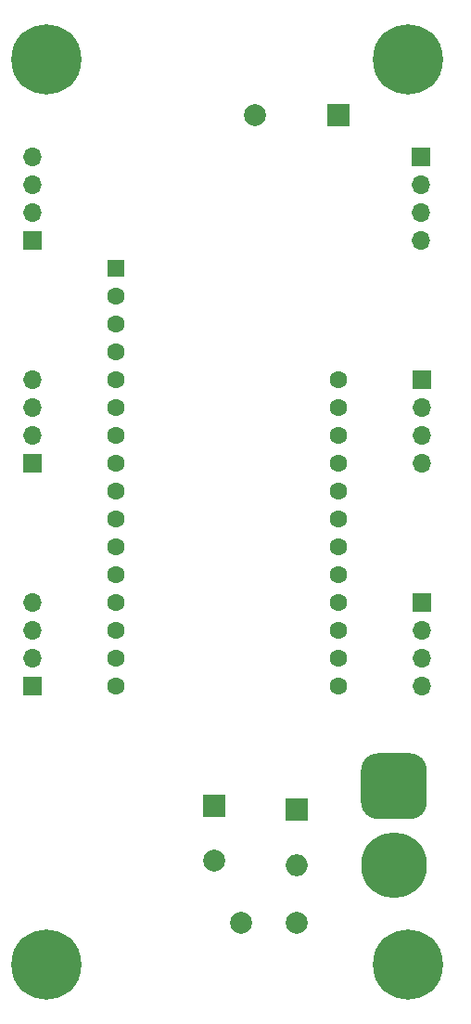
<source format=gbr>
%TF.GenerationSoftware,KiCad,Pcbnew,(5.1.12)-1*%
%TF.CreationDate,2022-01-27T23:25:20+05:30*%
%TF.ProjectId,M5_BuggyProject,4d355f42-7567-4677-9950-726f6a656374,v1.0*%
%TF.SameCoordinates,Original*%
%TF.FileFunction,Soldermask,Bot*%
%TF.FilePolarity,Negative*%
%FSLAX46Y46*%
G04 Gerber Fmt 4.6, Leading zero omitted, Abs format (unit mm)*
G04 Created by KiCad (PCBNEW (5.1.12)-1) date 2022-01-27 23:25:20*
%MOMM*%
%LPD*%
G01*
G04 APERTURE LIST*
%ADD10R,1.700000X1.700000*%
%ADD11O,1.700000X1.700000*%
%ADD12R,2.000000X2.000000*%
%ADD13C,2.000000*%
%ADD14O,2.000000X2.000000*%
%ADD15C,1.600000*%
%ADD16R,1.600000X1.600000*%
%ADD17C,6.000000*%
%ADD18C,6.400000*%
%ADD19C,0.800000*%
G04 APERTURE END LIST*
D10*
%TO.C,A7*%
X79248000Y-96266000D03*
D11*
X79248000Y-93726000D03*
X79248000Y-91186000D03*
X79248000Y-88646000D03*
%TD*%
D12*
%TO.C,C1*%
X95885000Y-107188000D03*
D13*
X95885000Y-112188000D03*
%TD*%
D12*
%TO.C,D1*%
X103352600Y-107569000D03*
D14*
X103352600Y-112649000D03*
%TD*%
D11*
%TO.C,A6*%
X79248000Y-68326000D03*
X79248000Y-70866000D03*
X79248000Y-73406000D03*
D10*
X79248000Y-75946000D03*
%TD*%
D15*
%TO.C,A1*%
X86868000Y-96266000D03*
X86868000Y-93726000D03*
X86868000Y-91186000D03*
X86868000Y-88646000D03*
X86868000Y-86106000D03*
X86868000Y-83566000D03*
X86868000Y-81026000D03*
X86868000Y-78486000D03*
X86868000Y-75946000D03*
X86868000Y-73406000D03*
X86868000Y-70866000D03*
X86868000Y-68326000D03*
X86868000Y-65786000D03*
X86868000Y-63246000D03*
X86868000Y-60706000D03*
D16*
X86868000Y-58166000D03*
D15*
X107188000Y-68326000D03*
X107188000Y-70866000D03*
X107188000Y-73406000D03*
X107188000Y-75946000D03*
X107188000Y-78486000D03*
X107188000Y-81026000D03*
X107188000Y-83566000D03*
X107188000Y-86106000D03*
X107188000Y-88646000D03*
X107188000Y-91186000D03*
X107188000Y-93726000D03*
X107188000Y-96266000D03*
%TD*%
D11*
%TO.C,A4*%
X114808000Y-96266000D03*
X114808000Y-93726000D03*
X114808000Y-91186000D03*
D10*
X114808000Y-88646000D03*
%TD*%
D11*
%TO.C,A2*%
X114703001Y-55626000D03*
X114703001Y-53086000D03*
X114703001Y-50546000D03*
D10*
X114703001Y-48006000D03*
%TD*%
%TO.C,A3*%
X114808000Y-68326000D03*
D11*
X114808000Y-70866000D03*
X114808000Y-73406000D03*
X114808000Y-75946000D03*
%TD*%
D10*
%TO.C,A5*%
X79248000Y-55626000D03*
D11*
X79248000Y-53086000D03*
X79248000Y-50546000D03*
X79248000Y-48006000D03*
%TD*%
D17*
%TO.C,J1*%
X112268000Y-112610000D03*
G36*
G01*
X110768000Y-102410000D02*
X113768000Y-102410000D01*
G75*
G02*
X115268000Y-103910000I0J-1500000D01*
G01*
X115268000Y-106910000D01*
G75*
G02*
X113768000Y-108410000I-1500000J0D01*
G01*
X110768000Y-108410000D01*
G75*
G02*
X109268000Y-106910000I0J1500000D01*
G01*
X109268000Y-103910000D01*
G75*
G02*
X110768000Y-102410000I1500000J0D01*
G01*
G37*
%TD*%
D18*
%TO.C,H1*%
X80518000Y-39116000D03*
D19*
X82918000Y-39116000D03*
X82215056Y-40813056D03*
X80518000Y-41516000D03*
X78820944Y-40813056D03*
X78118000Y-39116000D03*
X78820944Y-37418944D03*
X80518000Y-36716000D03*
X82215056Y-37418944D03*
%TD*%
%TO.C,H2*%
X115235056Y-37418944D03*
X113538000Y-36716000D03*
X111840944Y-37418944D03*
X111138000Y-39116000D03*
X111840944Y-40813056D03*
X113538000Y-41516000D03*
X115235056Y-40813056D03*
X115938000Y-39116000D03*
D18*
X113538000Y-39116000D03*
%TD*%
D19*
%TO.C,H3*%
X115235056Y-119968944D03*
X113538000Y-119266000D03*
X111840944Y-119968944D03*
X111138000Y-121666000D03*
X111840944Y-123363056D03*
X113538000Y-124066000D03*
X115235056Y-123363056D03*
X115938000Y-121666000D03*
D18*
X113538000Y-121666000D03*
%TD*%
%TO.C,H4*%
X80518000Y-121666000D03*
D19*
X82918000Y-121666000D03*
X82215056Y-123363056D03*
X80518000Y-124066000D03*
X78820944Y-123363056D03*
X78118000Y-121666000D03*
X78820944Y-119968944D03*
X80518000Y-119266000D03*
X82215056Y-119968944D03*
%TD*%
D12*
%TO.C,BZ1*%
X107188000Y-44196000D03*
D13*
X99588000Y-44196000D03*
%TD*%
%TO.C,J2*%
X103378000Y-117856000D03*
%TD*%
%TO.C,J3*%
X98298000Y-117831001D03*
%TD*%
M02*

</source>
